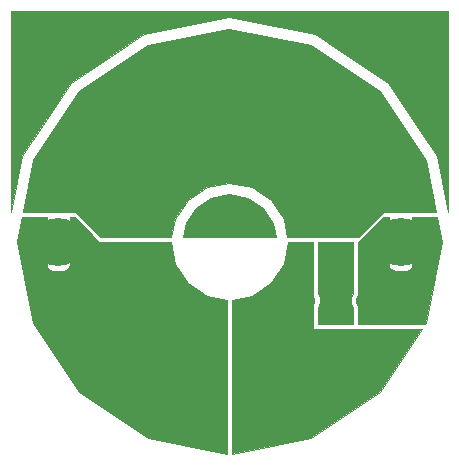
<source format=gbr>
G04 #@! TF.FileFunction,Copper,L2,Bot,Signal*
%FSLAX46Y46*%
G04 Gerber Fmt 4.6, Leading zero omitted, Abs format (unit mm)*
G04 Created by KiCad (PCBNEW 4.0.5) date 02/15/17 11:53:04*
%MOMM*%
%LPD*%
G01*
G04 APERTURE LIST*
%ADD10C,0.100000*%
%ADD11R,0.800000X1.000000*%
%ADD12C,4.064000*%
%ADD13C,1.524000*%
%ADD14C,0.026000*%
G04 APERTURE END LIST*
D10*
D11*
X900000Y-6000000D03*
X-900000Y-6000000D03*
D12*
X-14500000Y0D03*
X14500000Y0D03*
D11*
X8150000Y-2750000D03*
X6350000Y-2750000D03*
X6350000Y-750000D03*
X8150000Y-750000D03*
X9850000Y-1750000D03*
X11650000Y-1750000D03*
D13*
X11500000Y-5000000D03*
X6500000Y-5000000D03*
D14*
G36*
X-15488000Y2000000D02*
X-15488000Y-2000000D01*
X-15450853Y-2186750D01*
X-15345068Y-2345068D01*
X-15186750Y-2450853D01*
X-15000000Y-2488000D01*
X-14000000Y-2488000D01*
X-13813250Y-2450853D01*
X-13654932Y-2345068D01*
X-13549147Y-2186750D01*
X-13512000Y-2000000D01*
X-13512000Y2000000D01*
X-13529305Y2087000D01*
X-13105384Y2087000D01*
X-11009192Y-9192D01*
X-11004892Y-12045D01*
X-11000000Y-13000D01*
X-4985414Y-13000D01*
X-4608311Y-1908825D01*
X-3527049Y-3527049D01*
X-1908825Y-4608311D01*
X-213000Y-4945632D01*
X-213000Y-17969632D01*
X-6892894Y-16640918D01*
X-12736407Y-12736407D01*
X-16640918Y-6892894D01*
X-18012000Y0D01*
X-17596870Y2087000D01*
X-15470695Y2087000D01*
X-15488000Y2000000D01*
X-15488000Y2000000D01*
G37*
X-15488000Y2000000D02*
X-15488000Y-2000000D01*
X-15450853Y-2186750D01*
X-15345068Y-2345068D01*
X-15186750Y-2450853D01*
X-15000000Y-2488000D01*
X-14000000Y-2488000D01*
X-13813250Y-2450853D01*
X-13654932Y-2345068D01*
X-13549147Y-2186750D01*
X-13512000Y-2000000D01*
X-13512000Y2000000D01*
X-13529305Y2087000D01*
X-13105384Y2087000D01*
X-11009192Y-9192D01*
X-11004892Y-12045D01*
X-11000000Y-13000D01*
X-4985414Y-13000D01*
X-4608311Y-1908825D01*
X-3527049Y-3527049D01*
X-1908825Y-4608311D01*
X-213000Y-4945632D01*
X-213000Y-17969632D01*
X-6892894Y-16640918D01*
X-12736407Y-12736407D01*
X-16640918Y-6892894D01*
X-18012000Y0D01*
X-17596870Y2087000D01*
X-15470695Y2087000D01*
X-15488000Y2000000D01*
G36*
X-14488000Y-1512000D02*
X-14512000Y-1512000D01*
X-14512000Y1512000D01*
X-14488000Y1512000D01*
X-14488000Y-1512000D01*
X-14488000Y-1512000D01*
G37*
X-14488000Y-1512000D02*
X-14512000Y-1512000D01*
X-14512000Y1512000D01*
X-14488000Y1512000D01*
X-14488000Y-1512000D01*
G36*
X7087000Y-7400000D02*
X7088024Y-7405058D01*
X7090935Y-7409319D01*
X7095275Y-7412111D01*
X7100000Y-7413000D01*
X16293394Y-7413000D01*
X12736407Y-12736407D01*
X6892894Y-16640918D01*
X213000Y-17969632D01*
X213000Y-4945632D01*
X1908825Y-4608311D01*
X3527049Y-3527049D01*
X4608311Y-1908825D01*
X4985414Y-13000D01*
X7087000Y-13000D01*
X7087000Y-7400000D01*
X7087000Y-7400000D01*
G37*
X7087000Y-7400000D02*
X7088024Y-7405058D01*
X7090935Y-7409319D01*
X7095275Y-7412111D01*
X7100000Y-7413000D01*
X16293394Y-7413000D01*
X12736407Y-12736407D01*
X6892894Y-16640918D01*
X213000Y-17969632D01*
X213000Y-4945632D01*
X1908825Y-4608311D01*
X3527049Y-3527049D01*
X4608311Y-1908825D01*
X4985414Y-13000D01*
X7087000Y-13000D01*
X7087000Y-7400000D01*
G36*
X13512000Y2000000D02*
X13512000Y-2000000D01*
X13549147Y-2186750D01*
X13654932Y-2345068D01*
X13813250Y-2450853D01*
X14000000Y-2488000D01*
X15000000Y-2488000D01*
X15186750Y-2450853D01*
X15345068Y-2345068D01*
X15450853Y-2186750D01*
X15488000Y-2000000D01*
X15488000Y2000000D01*
X15470695Y2087000D01*
X17596870Y2087000D01*
X18012000Y0D01*
X16640918Y-6892894D01*
X16578038Y-6987000D01*
X10913000Y-6987000D01*
X10913000Y-5563D01*
X13105209Y2087000D01*
X13529305Y2087000D01*
X13512000Y2000000D01*
X13512000Y2000000D01*
G37*
X13512000Y2000000D02*
X13512000Y-2000000D01*
X13549147Y-2186750D01*
X13654932Y-2345068D01*
X13813250Y-2450853D01*
X14000000Y-2488000D01*
X15000000Y-2488000D01*
X15186750Y-2450853D01*
X15345068Y-2345068D01*
X15450853Y-2186750D01*
X15488000Y-2000000D01*
X15488000Y2000000D01*
X15470695Y2087000D01*
X17596870Y2087000D01*
X18012000Y0D01*
X16640918Y-6892894D01*
X16578038Y-6987000D01*
X10913000Y-6987000D01*
X10913000Y-5563D01*
X13105209Y2087000D01*
X13529305Y2087000D01*
X13512000Y2000000D01*
G36*
X14512000Y-1512000D02*
X14488000Y-1512000D01*
X14488000Y1512000D01*
X14512000Y1512000D01*
X14512000Y-1512000D01*
X14512000Y-1512000D01*
G37*
X14512000Y-1512000D02*
X14488000Y-1512000D01*
X14488000Y1512000D01*
X14512000Y1512000D01*
X14512000Y-1512000D01*
G36*
X10487000Y-4375605D02*
X10325204Y-4765253D01*
X10324796Y-5232697D01*
X10487000Y-5625261D01*
X10487000Y-6987000D01*
X7513000Y-6987000D01*
X7513000Y-5624395D01*
X7674796Y-5234747D01*
X7675204Y-4767303D01*
X7513000Y-4374739D01*
X7513000Y-13000D01*
X10487000Y-13000D01*
X10487000Y-4375605D01*
X10487000Y-4375605D01*
G37*
X10487000Y-4375605D02*
X10325204Y-4765253D01*
X10324796Y-5232697D01*
X10487000Y-5625261D01*
X10487000Y-6987000D01*
X7513000Y-6987000D01*
X7513000Y-5624395D01*
X7674796Y-5234747D01*
X7675204Y-4767303D01*
X7513000Y-4374739D01*
X7513000Y-13000D01*
X10487000Y-13000D01*
X10487000Y-4375605D01*
G36*
X6892894Y16640918D02*
X12736407Y12736407D01*
X16640918Y6892894D01*
X17512133Y2513000D01*
X13100000Y2513000D01*
X13094942Y2511976D01*
X13090808Y2509192D01*
X10994616Y413000D01*
X4905849Y413000D01*
X4608311Y1908825D01*
X3527049Y3527049D01*
X1908825Y4608311D01*
X0Y4988000D01*
X-1908825Y4608311D01*
X-3527049Y3527049D01*
X-4608311Y1908825D01*
X-4905849Y413000D01*
X-10994616Y413000D01*
X-13090808Y2509192D01*
X-13095108Y2512045D01*
X-13100000Y2513000D01*
X-17512133Y2513000D01*
X-16640918Y6892894D01*
X-12736407Y12736407D01*
X-6892894Y16640918D01*
X0Y18012000D01*
X6892894Y16640918D01*
X6892894Y16640918D01*
G37*
X6892894Y16640918D02*
X12736407Y12736407D01*
X16640918Y6892894D01*
X17512133Y2513000D01*
X13100000Y2513000D01*
X13094942Y2511976D01*
X13090808Y2509192D01*
X10994616Y413000D01*
X4905849Y413000D01*
X4608311Y1908825D01*
X3527049Y3527049D01*
X1908825Y4608311D01*
X0Y4988000D01*
X-1908825Y4608311D01*
X-3527049Y3527049D01*
X-4608311Y1908825D01*
X-4905849Y413000D01*
X-10994616Y413000D01*
X-13090808Y2509192D01*
X-13095108Y2512045D01*
X-13100000Y2513000D01*
X-17512133Y2513000D01*
X-16640918Y6892894D01*
X-12736407Y12736407D01*
X-6892894Y16640918D01*
X0Y18012000D01*
X6892894Y16640918D01*
G36*
X1535326Y3706605D02*
X2836912Y2836912D01*
X3706605Y1535326D01*
X3929849Y413000D01*
X-3929849Y413000D01*
X-3706605Y1535326D01*
X-2836912Y2836912D01*
X-1535326Y3706605D01*
X0Y4012000D01*
X1535326Y3706605D01*
X1535326Y3706605D01*
G37*
X1535326Y3706605D02*
X2836912Y2836912D01*
X3706605Y1535326D01*
X3929849Y413000D01*
X-3929849Y413000D01*
X-3706605Y1535326D01*
X-2836912Y2836912D01*
X-1535326Y3706605D01*
X0Y4012000D01*
X1535326Y3706605D01*
G36*
X18487000Y2518698D02*
X17542625Y7266393D01*
X13426544Y13426544D01*
X7266393Y17542625D01*
X0Y18988000D01*
X-7266393Y17542625D01*
X-13426544Y13426544D01*
X-17542625Y7266393D01*
X-18487000Y2518698D01*
X-18487000Y19487000D01*
X18487000Y19487000D01*
X18487000Y2518698D01*
X18487000Y2518698D01*
G37*
X18487000Y2518698D02*
X17542625Y7266393D01*
X13426544Y13426544D01*
X7266393Y17542625D01*
X0Y18988000D01*
X-7266393Y17542625D01*
X-13426544Y13426544D01*
X-17542625Y7266393D01*
X-18487000Y2518698D01*
X-18487000Y19487000D01*
X18487000Y19487000D01*
X18487000Y2518698D01*
M02*

</source>
